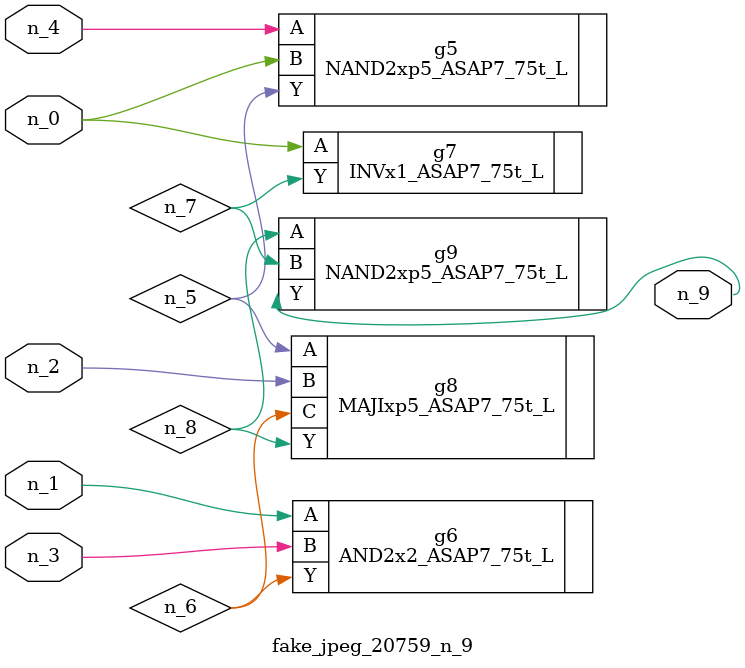
<source format=v>
module fake_jpeg_20759_n_9 (n_3, n_2, n_1, n_0, n_4, n_9);

input n_3;
input n_2;
input n_1;
input n_0;
input n_4;

output n_9;

wire n_8;
wire n_6;
wire n_5;
wire n_7;

NAND2xp5_ASAP7_75t_L g5 ( 
.A(n_4),
.B(n_0),
.Y(n_5)
);

AND2x2_ASAP7_75t_L g6 ( 
.A(n_1),
.B(n_3),
.Y(n_6)
);

INVx1_ASAP7_75t_L g7 ( 
.A(n_0),
.Y(n_7)
);

MAJIxp5_ASAP7_75t_L g8 ( 
.A(n_5),
.B(n_2),
.C(n_6),
.Y(n_8)
);

NAND2xp5_ASAP7_75t_L g9 ( 
.A(n_8),
.B(n_7),
.Y(n_9)
);


endmodule
</source>
